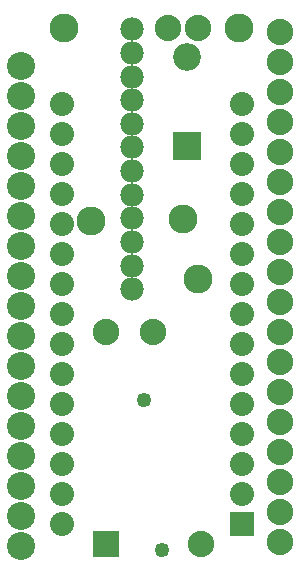
<source format=gbs>
G04 MADE WITH FRITZING*
G04 WWW.FRITZING.ORG*
G04 DOUBLE SIDED*
G04 HOLES PLATED*
G04 CONTOUR ON CENTER OF CONTOUR VECTOR*
%ASAXBY*%
%FSLAX23Y23*%
%MOIN*%
%OFA0B0*%
%SFA1.0B1.0*%
%ADD10C,0.093307*%
%ADD11C,0.088000*%
%ADD12C,0.096614*%
%ADD13C,0.049370*%
%ADD14C,0.092000*%
%ADD15C,0.080000*%
%ADD16C,0.077559*%
%ADD17R,0.088000X0.088000*%
%ADD18R,0.092000X0.092000*%
%ADD19R,0.079972X0.080000*%
%LNMASK0*%
G90*
G70*
G54D10*
X71Y94D03*
X71Y194D03*
X71Y294D03*
X71Y394D03*
X71Y494D03*
X71Y594D03*
X71Y694D03*
X71Y794D03*
X71Y894D03*
X71Y994D03*
X71Y1094D03*
X71Y1194D03*
X71Y1294D03*
X71Y1394D03*
X71Y1494D03*
X71Y1594D03*
X71Y1694D03*
G54D11*
X935Y108D03*
X935Y208D03*
X935Y308D03*
X935Y408D03*
X935Y508D03*
X935Y608D03*
X935Y708D03*
X935Y808D03*
X935Y908D03*
X935Y1008D03*
X935Y1108D03*
X935Y1208D03*
X935Y1308D03*
X935Y1408D03*
X935Y1508D03*
X935Y1608D03*
X935Y1708D03*
X935Y1808D03*
G54D12*
X304Y1180D03*
X610Y1186D03*
X662Y985D03*
X213Y1823D03*
X798Y1823D03*
G54D11*
X354Y101D03*
X669Y101D03*
X354Y809D03*
X511Y810D03*
G54D13*
X539Y81D03*
G54D14*
X623Y1428D03*
X623Y1726D03*
G54D15*
X807Y170D03*
X807Y270D03*
X807Y370D03*
X807Y470D03*
X807Y570D03*
X807Y670D03*
X807Y770D03*
X807Y870D03*
X807Y970D03*
X807Y1070D03*
X807Y1170D03*
X807Y1270D03*
X807Y1370D03*
X807Y1470D03*
X807Y1570D03*
X207Y170D03*
X207Y270D03*
X207Y370D03*
X207Y470D03*
X207Y570D03*
X207Y670D03*
X207Y770D03*
X207Y870D03*
X207Y970D03*
X207Y1070D03*
X207Y1170D03*
X207Y1270D03*
X207Y1370D03*
X207Y1470D03*
X207Y1570D03*
G54D16*
X441Y1817D03*
X441Y1739D03*
X441Y1660D03*
X441Y1581D03*
X441Y1502D03*
X441Y1424D03*
X441Y1345D03*
X441Y1266D03*
X441Y1187D03*
X441Y1109D03*
X441Y1030D03*
X441Y951D03*
X441Y1817D03*
X441Y1739D03*
X441Y1660D03*
X441Y1581D03*
X441Y1502D03*
X441Y1424D03*
X441Y1345D03*
X441Y1266D03*
X441Y1187D03*
X441Y1109D03*
X441Y1030D03*
X441Y951D03*
G54D11*
X562Y1823D03*
X662Y1823D03*
G54D13*
X480Y582D03*
G54D17*
X354Y101D03*
G54D18*
X623Y1427D03*
G54D19*
X807Y170D03*
G04 End of Mask0*
M02*
</source>
